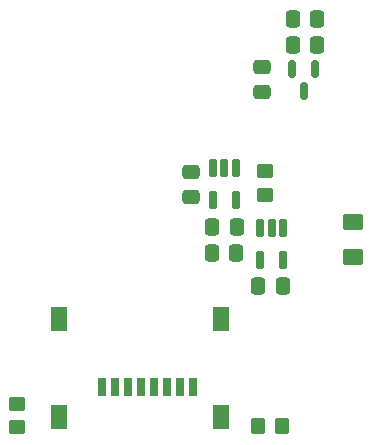
<source format=gbp>
G04 #@! TF.GenerationSoftware,KiCad,Pcbnew,8.0.9-8.0.9-0~ubuntu24.04.1*
G04 #@! TF.CreationDate,2025-06-07T19:12:40-04:00*
G04 #@! TF.ProjectId,Sensor Board,53656e73-6f72-4204-926f-6172642e6b69,rev?*
G04 #@! TF.SameCoordinates,Original*
G04 #@! TF.FileFunction,Paste,Bot*
G04 #@! TF.FilePolarity,Positive*
%FSLAX46Y46*%
G04 Gerber Fmt 4.6, Leading zero omitted, Abs format (unit mm)*
G04 Created by KiCad (PCBNEW 8.0.9-8.0.9-0~ubuntu24.04.1) date 2025-06-07 19:12:40*
%MOMM*%
%LPD*%
G01*
G04 APERTURE LIST*
G04 Aperture macros list*
%AMRoundRect*
0 Rectangle with rounded corners*
0 $1 Rounding radius*
0 $2 $3 $4 $5 $6 $7 $8 $9 X,Y pos of 4 corners*
0 Add a 4 corners polygon primitive as box body*
4,1,4,$2,$3,$4,$5,$6,$7,$8,$9,$2,$3,0*
0 Add four circle primitives for the rounded corners*
1,1,$1+$1,$2,$3*
1,1,$1+$1,$4,$5*
1,1,$1+$1,$6,$7*
1,1,$1+$1,$8,$9*
0 Add four rect primitives between the rounded corners*
20,1,$1+$1,$2,$3,$4,$5,0*
20,1,$1+$1,$4,$5,$6,$7,0*
20,1,$1+$1,$6,$7,$8,$9,0*
20,1,$1+$1,$8,$9,$2,$3,0*%
G04 Aperture macros list end*
%ADD10RoundRect,0.162500X-0.162500X0.617500X-0.162500X-0.617500X0.162500X-0.617500X0.162500X0.617500X0*%
%ADD11RoundRect,0.250000X0.337500X0.475000X-0.337500X0.475000X-0.337500X-0.475000X0.337500X-0.475000X0*%
%ADD12RoundRect,0.250000X0.475000X-0.337500X0.475000X0.337500X-0.475000X0.337500X-0.475000X-0.337500X0*%
%ADD13RoundRect,0.250000X0.350000X0.450000X-0.350000X0.450000X-0.350000X-0.450000X0.350000X-0.450000X0*%
%ADD14R,0.800000X1.500000*%
%ADD15R,1.450000X2.000000*%
%ADD16RoundRect,0.250001X0.624999X-0.462499X0.624999X0.462499X-0.624999X0.462499X-0.624999X-0.462499X0*%
%ADD17RoundRect,0.250000X0.450000X-0.350000X0.450000X0.350000X-0.450000X0.350000X-0.450000X-0.350000X0*%
%ADD18RoundRect,0.150000X-0.150000X0.587500X-0.150000X-0.587500X0.150000X-0.587500X0.150000X0.587500X0*%
G04 APERTURE END LIST*
D10*
X208117400Y-79650600D03*
X209067400Y-79650600D03*
X210017400Y-79650600D03*
X210017400Y-82350600D03*
X208117400Y-82350600D03*
D11*
X216937500Y-67056000D03*
X214862500Y-67056000D03*
D12*
X212217000Y-73173500D03*
X212217000Y-71098500D03*
X206248000Y-82085100D03*
X206248000Y-80010100D03*
D13*
X213902800Y-101498400D03*
X211902800Y-101498400D03*
D11*
X214012600Y-89611200D03*
X211937600Y-89611200D03*
X210108800Y-84632800D03*
X208033800Y-84632800D03*
D14*
X198708000Y-98156000D03*
X199808000Y-98156000D03*
X200918000Y-98156000D03*
X202008000Y-98156000D03*
X203108000Y-98146000D03*
X204208000Y-98156000D03*
X205308000Y-98156000D03*
X206408000Y-98156000D03*
D15*
X208788000Y-100756000D03*
X208788000Y-92456000D03*
X195038000Y-100756000D03*
X195038000Y-92456000D03*
D11*
X210079500Y-86868000D03*
X208004500Y-86868000D03*
D16*
X219964000Y-87212500D03*
X219964000Y-84237500D03*
D10*
X212105200Y-84705200D03*
X213055200Y-84705200D03*
X214005200Y-84705200D03*
X214005200Y-87405200D03*
X212105200Y-87405200D03*
D17*
X191516000Y-101584000D03*
X191516000Y-99584000D03*
D11*
X216937500Y-69215000D03*
X214862500Y-69215000D03*
D17*
X212471000Y-81915000D03*
X212471000Y-79915000D03*
D18*
X214823000Y-71277000D03*
X216723000Y-71277000D03*
X215773000Y-73152000D03*
M02*

</source>
